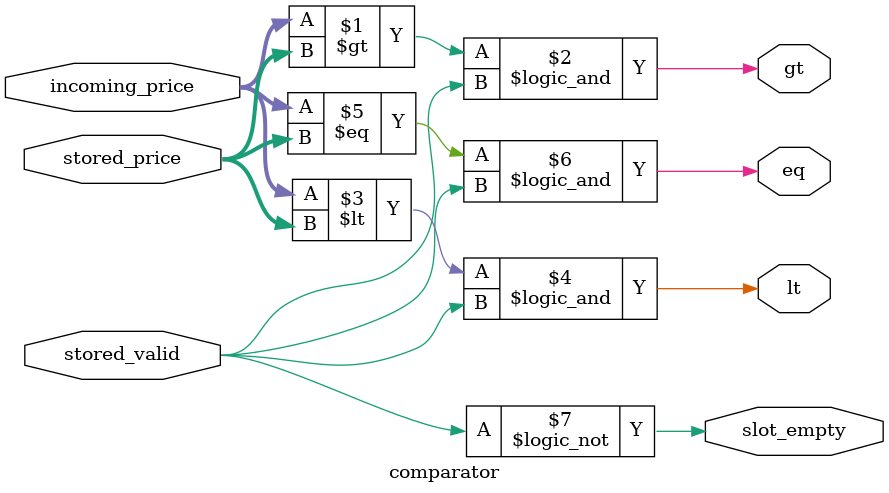
<source format=v>
module comparator(
        input wire [63:0] incoming_price,
        input wire [63:0] stored_price,
        input wire stored_valid,
        output wire gt,
        output wire lt,
        output wire eq,
        output wire slot_empty
);

assign gt = (incoming_price > stored_price) && stored_valid;
assign lt = (incoming_price < stored_price) && stored_valid;
assign eq = (incoming_price == stored_price) && stored_valid;
assign slot_empty = !stored_valid;

endmodule

</source>
